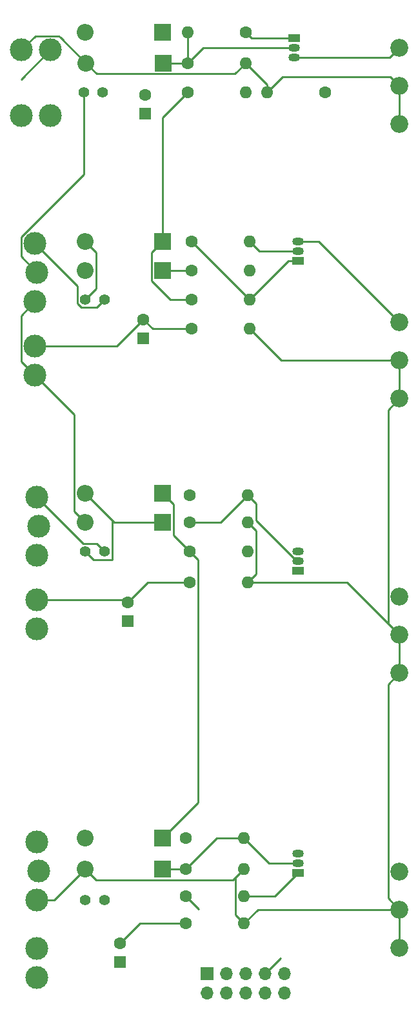
<source format=gbr>
%TF.GenerationSoftware,KiCad,Pcbnew,(5.1.10)-1*%
%TF.CreationDate,2022-04-21T20:11:48-04:00*%
%TF.ProjectId,ELC Eargensplitter,454c4320-4561-4726-9765-6e73706c6974,rev?*%
%TF.SameCoordinates,Original*%
%TF.FileFunction,Copper,L1,Top*%
%TF.FilePolarity,Positive*%
%FSLAX46Y46*%
G04 Gerber Fmt 4.6, Leading zero omitted, Abs format (unit mm)*
G04 Created by KiCad (PCBNEW (5.1.10)-1) date 2022-04-21 20:11:48*
%MOMM*%
%LPD*%
G01*
G04 APERTURE LIST*
%TA.AperFunction,ComponentPad*%
%ADD10R,1.700000X1.700000*%
%TD*%
%TA.AperFunction,ComponentPad*%
%ADD11O,1.700000X1.700000*%
%TD*%
%TA.AperFunction,ComponentPad*%
%ADD12C,1.400000*%
%TD*%
%TA.AperFunction,ComponentPad*%
%ADD13C,1.600000*%
%TD*%
%TA.AperFunction,ComponentPad*%
%ADD14R,1.600000X1.600000*%
%TD*%
%TA.AperFunction,ComponentPad*%
%ADD15O,2.200000X2.200000*%
%TD*%
%TA.AperFunction,ComponentPad*%
%ADD16R,2.200000X2.200000*%
%TD*%
%TA.AperFunction,ComponentPad*%
%ADD17C,3.000000*%
%TD*%
%TA.AperFunction,ComponentPad*%
%ADD18O,1.500000X1.050000*%
%TD*%
%TA.AperFunction,ComponentPad*%
%ADD19R,1.500000X1.050000*%
%TD*%
%TA.AperFunction,ComponentPad*%
%ADD20O,1.600000X1.600000*%
%TD*%
%TA.AperFunction,ComponentPad*%
%ADD21C,2.340000*%
%TD*%
%TA.AperFunction,Conductor*%
%ADD22C,0.250000*%
%TD*%
G04 APERTURE END LIST*
D10*
%TO.P,J9,1*%
%TO.N,+12V*%
X127762000Y-154432000D03*
D11*
%TO.P,J9,2*%
%TO.N,GND*%
X132842000Y-156972000D03*
%TO.P,J9,3*%
X130302000Y-154432000D03*
%TO.P,J9,4*%
X130302000Y-156972000D03*
%TO.P,J9,5*%
%TO.N,Net-(J9-Pad5)*%
X137922000Y-154432000D03*
%TO.P,J9,6*%
%TO.N,+12V*%
X127762000Y-156972000D03*
%TO.P,J9,7*%
%TO.N,GND*%
X135382000Y-154432000D03*
%TO.P,J9,8*%
X135382000Y-156972000D03*
%TO.P,J9,9*%
X132842000Y-154432000D03*
%TO.P,J9,10*%
%TO.N,Net-(J9-Pad10)*%
X137922000Y-156972000D03*
%TD*%
D12*
%TO.P,100n,2*%
%TO.N,Net-(C1-Pad2)*%
X111546000Y-38862000D03*
%TO.P,100n,1*%
%TO.N,Net-(C1-Pad1)*%
X114046000Y-38862000D03*
%TD*%
D13*
%TO.P,10u,2*%
%TO.N,Net-(C2-Pad2)*%
X119634000Y-39156000D03*
D14*
%TO.P,10u,1*%
%TO.N,Net-(C2-Pad1)*%
X119634000Y-41656000D03*
%TD*%
D12*
%TO.P,100n,1*%
%TO.N,Net-(C3-Pad1)*%
X111760000Y-66040000D03*
%TO.P,100n,2*%
%TO.N,Net-(C3-Pad2)*%
X114260000Y-66040000D03*
%TD*%
D13*
%TO.P,10u,2*%
%TO.N,Net-(C4-Pad2)*%
X119380000Y-68620000D03*
D14*
%TO.P,10u,1*%
%TO.N,Net-(C4-Pad1)*%
X119380000Y-71120000D03*
%TD*%
D12*
%TO.P,100n,2*%
%TO.N,Net-(C5-Pad2)*%
X114260000Y-99060000D03*
%TO.P,100n,1*%
%TO.N,Net-(C5-Pad1)*%
X111760000Y-99060000D03*
%TD*%
D14*
%TO.P,10u,1*%
%TO.N,Net-(C6-Pad1)*%
X117348000Y-108204000D03*
D13*
%TO.P,10u,2*%
%TO.N,Net-(C6-Pad2)*%
X117348000Y-105704000D03*
%TD*%
D12*
%TO.P,100n,1*%
%TO.N,Net-(C7-Pad1)*%
X111760000Y-144780000D03*
%TO.P,100n,2*%
%TO.N,Net-(C7-Pad2)*%
X114260000Y-144780000D03*
%TD*%
D14*
%TO.P,10u,1*%
%TO.N,Net-(C8-Pad1)*%
X116332000Y-152908000D03*
D13*
%TO.P,10u,2*%
%TO.N,Net-(C8-Pad2)*%
X116332000Y-150408000D03*
%TD*%
D15*
%TO.P,4148,2*%
%TO.N,Net-(C1-Pad1)*%
X111760000Y-30988000D03*
D16*
%TO.P,4148,1*%
%TO.N,+12V*%
X121920000Y-30988000D03*
%TD*%
%TO.P,4148,1*%
%TO.N,Net-(C1-Pad1)*%
X122000000Y-35000000D03*
D15*
%TO.P,4148,2*%
%TO.N,GND*%
X111840000Y-35000000D03*
%TD*%
%TO.P,4148,2*%
%TO.N,Net-(C3-Pad1)*%
X111760000Y-58420000D03*
D16*
%TO.P,4148,1*%
%TO.N,+12V*%
X121920000Y-58420000D03*
%TD*%
%TO.P,4148,1*%
%TO.N,Net-(C3-Pad1)*%
X121920000Y-62230000D03*
D15*
%TO.P,4148,2*%
%TO.N,GND*%
X111760000Y-62230000D03*
%TD*%
%TO.P,4148,2*%
%TO.N,Net-(C5-Pad1)*%
X111760000Y-91440000D03*
D16*
%TO.P,4148,1*%
%TO.N,+12V*%
X121920000Y-91440000D03*
%TD*%
%TO.P,4148,1*%
%TO.N,Net-(C5-Pad1)*%
X121920000Y-95250000D03*
D15*
%TO.P,4148,2*%
%TO.N,GND*%
X111760000Y-95250000D03*
%TD*%
D16*
%TO.P,4148,1*%
%TO.N,+12V*%
X121920000Y-136652000D03*
D15*
%TO.P,4148,2*%
%TO.N,Net-(C7-Pad1)*%
X111760000Y-136652000D03*
%TD*%
%TO.P,4148,2*%
%TO.N,GND*%
X111760000Y-140716000D03*
D16*
%TO.P,4148,1*%
%TO.N,Net-(C7-Pad1)*%
X121920000Y-140716000D03*
%TD*%
D17*
%TO.P,J1,T*%
%TO.N,Net-(C1-Pad2)*%
X107188000Y-33274000D03*
%TO.P,J1,S*%
%TO.N,GND*%
X103378000Y-33274000D03*
%TD*%
%TO.P,J2,T*%
%TO.N,Net-(C2-Pad2)*%
X107188000Y-41910000D03*
%TO.P,J2,S*%
%TO.N,GND*%
X103378000Y-41910000D03*
%TD*%
%TO.P,J3,TN*%
%TO.N,Net-(C1-Pad2)*%
X105436000Y-62484000D03*
%TO.P,J3,T*%
%TO.N,Net-(C3-Pad2)*%
X105156000Y-58674000D03*
%TO.P,J3,S*%
%TO.N,GND*%
X105156000Y-66294000D03*
%TD*%
%TO.P,J4,S*%
%TO.N,GND*%
X105156000Y-75946000D03*
%TO.P,J4,T*%
%TO.N,Net-(C4-Pad2)*%
X105156000Y-72136000D03*
%TD*%
%TO.P,J5,S*%
%TO.N,GND*%
X105410000Y-99568000D03*
%TO.P,J5,T*%
%TO.N,Net-(C5-Pad2)*%
X105410000Y-91948000D03*
%TO.P,J5,TN*%
%TO.N,Net-(C1-Pad2)*%
X105690000Y-95758000D03*
%TD*%
%TO.P,J6,T*%
%TO.N,Net-(C6-Pad2)*%
X105410000Y-105410000D03*
%TO.P,J6,S*%
%TO.N,GND*%
X105410000Y-109220000D03*
%TD*%
%TO.P,J7,TN*%
%TO.N,Net-(C1-Pad2)*%
X105690000Y-140970000D03*
%TO.P,J7,T*%
%TO.N,Net-(C7-Pad2)*%
X105410000Y-137160000D03*
%TO.P,J7,S*%
%TO.N,GND*%
X105410000Y-144780000D03*
%TD*%
%TO.P,J8,S*%
%TO.N,GND*%
X105410000Y-154940000D03*
%TO.P,J8,T*%
%TO.N,Net-(C8-Pad2)*%
X105410000Y-151130000D03*
%TD*%
D18*
%TO.P,BS170,2*%
%TO.N,Net-(C1-Pad1)*%
X139192000Y-33020000D03*
%TO.P,BS170,3*%
%TO.N,Net-(Q1-Pad3)*%
X139192000Y-34290000D03*
D19*
%TO.P,BS170,1*%
%TO.N,Net-(C2-Pad1)*%
X139192000Y-31750000D03*
%TD*%
%TO.P,BS170,1*%
%TO.N,Net-(C4-Pad1)*%
X139700000Y-60960000D03*
D18*
%TO.P,BS170,3*%
%TO.N,Net-(Q2-Pad3)*%
X139700000Y-58420000D03*
%TO.P,BS170,2*%
%TO.N,Net-(C3-Pad1)*%
X139700000Y-59690000D03*
%TD*%
%TO.P,BS170,2*%
%TO.N,Net-(C5-Pad1)*%
X139700000Y-100330000D03*
%TO.P,BS170,3*%
%TO.N,Net-(Q3-Pad3)*%
X139700000Y-99060000D03*
D19*
%TO.P,BS170,1*%
%TO.N,Net-(C6-Pad1)*%
X139700000Y-101600000D03*
%TD*%
%TO.P,BS170,1*%
%TO.N,Net-(C8-Pad1)*%
X139700000Y-141224000D03*
D18*
%TO.P,BS170,3*%
%TO.N,Net-(Q4-Pad3)*%
X139700000Y-138684000D03*
%TO.P,BS170,2*%
%TO.N,Net-(C7-Pad1)*%
X139700000Y-139954000D03*
%TD*%
D13*
%TO.P,10M,1*%
%TO.N,Net-(C2-Pad1)*%
X132842000Y-31000000D03*
D20*
%TO.P,10M,2*%
%TO.N,Net-(C1-Pad1)*%
X125222000Y-31000000D03*
%TD*%
%TO.P,10M,2*%
%TO.N,GND*%
X132842000Y-35000000D03*
D13*
%TO.P,10M,1*%
%TO.N,Net-(C1-Pad1)*%
X125222000Y-35000000D03*
%TD*%
%TO.P,5K1,1*%
%TO.N,+12V*%
X125222000Y-38862000D03*
D20*
%TO.P,5K1,2*%
%TO.N,Net-(C2-Pad1)*%
X132842000Y-38862000D03*
%TD*%
D13*
%TO.P,100K,1*%
%TO.N,Net-(C2-Pad2)*%
X143256000Y-38862000D03*
D20*
%TO.P,100K,2*%
%TO.N,GND*%
X135636000Y-38862000D03*
%TD*%
D13*
%TO.P,10M,1*%
%TO.N,Net-(C4-Pad1)*%
X125730000Y-58420000D03*
D20*
%TO.P,10M,2*%
%TO.N,Net-(C3-Pad1)*%
X133350000Y-58420000D03*
%TD*%
%TO.P,10M,2*%
%TO.N,GND*%
X133350000Y-62230000D03*
D13*
%TO.P,10M,1*%
%TO.N,Net-(C3-Pad1)*%
X125730000Y-62230000D03*
%TD*%
%TO.P,5K1,1*%
%TO.N,+12V*%
X125730000Y-66040000D03*
D20*
%TO.P,5K1,2*%
%TO.N,Net-(C4-Pad1)*%
X133350000Y-66040000D03*
%TD*%
D13*
%TO.P,100K,1*%
%TO.N,Net-(C4-Pad2)*%
X125730000Y-69850000D03*
D20*
%TO.P,100K,2*%
%TO.N,GND*%
X133350000Y-69850000D03*
%TD*%
%TO.P,10M,2*%
%TO.N,Net-(C5-Pad1)*%
X133096000Y-91694000D03*
D13*
%TO.P,10M,1*%
%TO.N,Net-(C6-Pad1)*%
X125476000Y-91694000D03*
%TD*%
%TO.P,10M,1*%
%TO.N,Net-(C5-Pad1)*%
X125476000Y-95250000D03*
D20*
%TO.P,10M,2*%
%TO.N,GND*%
X133096000Y-95250000D03*
%TD*%
D13*
%TO.P,5K1,1*%
%TO.N,+12V*%
X125476000Y-99060000D03*
D20*
%TO.P,5K1,2*%
%TO.N,Net-(C6-Pad1)*%
X133096000Y-99060000D03*
%TD*%
%TO.P,100K,2*%
%TO.N,GND*%
X133096000Y-103124000D03*
D13*
%TO.P,100K,1*%
%TO.N,Net-(C6-Pad2)*%
X125476000Y-103124000D03*
%TD*%
D20*
%TO.P,10M,2*%
%TO.N,Net-(C7-Pad1)*%
X132588000Y-136652000D03*
D13*
%TO.P,10M,1*%
%TO.N,Net-(C8-Pad1)*%
X124968000Y-136652000D03*
%TD*%
D20*
%TO.P,10M,2*%
%TO.N,GND*%
X132588000Y-140716000D03*
D13*
%TO.P,10M,1*%
%TO.N,Net-(C7-Pad1)*%
X124968000Y-140716000D03*
%TD*%
D20*
%TO.P,5K1,2*%
%TO.N,Net-(C8-Pad1)*%
X132588000Y-144272000D03*
D13*
%TO.P,5K1,1*%
%TO.N,+12V*%
X124968000Y-144272000D03*
%TD*%
D20*
%TO.P,100K,2*%
%TO.N,GND*%
X132588000Y-147828000D03*
D13*
%TO.P,100K,1*%
%TO.N,Net-(C8-Pad2)*%
X124968000Y-147828000D03*
%TD*%
D21*
%TO.P,RV1,3*%
%TO.N,Net-(Q1-Pad3)*%
X153000000Y-33000000D03*
%TO.P,RV1,2*%
%TO.N,GND*%
X153000000Y-38000000D03*
%TO.P,RV1,1*%
X153000000Y-43000000D03*
%TD*%
%TO.P,RV2,3*%
%TO.N,Net-(Q2-Pad3)*%
X153000000Y-69000000D03*
%TO.P,RV2,2*%
%TO.N,GND*%
X153000000Y-74000000D03*
%TO.P,RV2,1*%
X153000000Y-79000000D03*
%TD*%
%TO.P,RV3,1*%
%TO.N,GND*%
X153000000Y-115000000D03*
%TO.P,RV3,2*%
X153000000Y-110000000D03*
%TO.P,RV3,3*%
%TO.N,Net-(Q3-Pad3)*%
X153000000Y-105000000D03*
%TD*%
%TO.P,RV4,1*%
%TO.N,GND*%
X153000000Y-151000000D03*
%TO.P,RV4,2*%
X153000000Y-146000000D03*
%TO.P,RV4,3*%
%TO.N,Net-(Q4-Pad3)*%
X153000000Y-141000000D03*
%TD*%
D22*
%TO.N,Net-(C1-Pad1)*%
X122000000Y-35000000D02*
X125222000Y-35000000D01*
X125222000Y-35000000D02*
X125222000Y-31000000D01*
X127202000Y-33020000D02*
X125222000Y-35000000D01*
X139192000Y-33020000D02*
X127202000Y-33020000D01*
%TO.N,Net-(C1-Pad2)*%
X103330999Y-37131001D02*
X107188000Y-33274000D01*
X103330999Y-57797999D02*
X103330999Y-60378999D01*
X111546000Y-49582998D02*
X103330999Y-57797999D01*
X103330999Y-60378999D02*
X105436000Y-62484000D01*
X111546000Y-38862000D02*
X111546000Y-49582998D01*
%TO.N,Net-(C2-Pad1)*%
X133592000Y-31750000D02*
X132842000Y-31000000D01*
X139192000Y-31750000D02*
X133592000Y-31750000D01*
%TO.N,Net-(C3-Pad2)*%
X113234999Y-67065001D02*
X114260000Y-66040000D01*
X111267999Y-67065001D02*
X113234999Y-67065001D01*
X110734999Y-66532001D02*
X111267999Y-67065001D01*
X110734999Y-64252999D02*
X110734999Y-66532001D01*
X105156000Y-58674000D02*
X110734999Y-64252999D01*
%TO.N,Net-(C3-Pad1)*%
X113185001Y-59845001D02*
X111760000Y-58420000D01*
X113185001Y-64614999D02*
X113185001Y-59845001D01*
X111760000Y-66040000D02*
X113185001Y-64614999D01*
X134620000Y-59690000D02*
X139700000Y-59690000D01*
X133350000Y-58420000D02*
X134620000Y-59690000D01*
X125730000Y-62230000D02*
X121920000Y-62230000D01*
%TO.N,Net-(C4-Pad2)*%
X120610000Y-69850000D02*
X119380000Y-68620000D01*
X125730000Y-69850000D02*
X120610000Y-69850000D01*
X105156000Y-72136000D02*
X105410000Y-72390000D01*
X115864000Y-72136000D02*
X119380000Y-68620000D01*
X105156000Y-72136000D02*
X115864000Y-72136000D01*
%TO.N,Net-(C4-Pad1)*%
X125730000Y-58420000D02*
X133350000Y-66040000D01*
X138430000Y-60960000D02*
X133350000Y-66040000D01*
X139700000Y-60960000D02*
X138430000Y-60960000D01*
%TO.N,Net-(C5-Pad2)*%
X111496999Y-98034999D02*
X105410000Y-91948000D01*
X113234999Y-98034999D02*
X111496999Y-98034999D01*
X114260000Y-99060000D02*
X113234999Y-98034999D01*
%TO.N,Net-(C5-Pad1)*%
X115285001Y-94965001D02*
X115285001Y-100106999D01*
X111760000Y-91440000D02*
X115285001Y-94965001D01*
X112806999Y-100106999D02*
X111760000Y-99060000D01*
X115285001Y-100106999D02*
X112806999Y-100106999D01*
X115570000Y-95250000D02*
X111760000Y-91440000D01*
X121920000Y-95250000D02*
X115570000Y-95250000D01*
X129540000Y-95250000D02*
X133096000Y-91694000D01*
X125476000Y-95250000D02*
X129540000Y-95250000D01*
X134221001Y-92819001D02*
X133096000Y-91694000D01*
X139122915Y-99910010D02*
X134221001Y-95008096D01*
X134221001Y-95008096D02*
X134221001Y-92819001D01*
X139280010Y-99910010D02*
X139122915Y-99910010D01*
X139700000Y-100330000D02*
X139280010Y-99910010D01*
%TO.N,Net-(C6-Pad2)*%
X117054000Y-105410000D02*
X117348000Y-105704000D01*
X105410000Y-105410000D02*
X117054000Y-105410000D01*
X119928000Y-103124000D02*
X117348000Y-105704000D01*
X125476000Y-103124000D02*
X119928000Y-103124000D01*
%TO.N,Net-(C7-Pad1)*%
X135890000Y-139954000D02*
X139700000Y-139954000D01*
X132588000Y-136652000D02*
X135890000Y-139954000D01*
X129032000Y-136652000D02*
X124968000Y-140716000D01*
X132588000Y-136652000D02*
X129032000Y-136652000D01*
X124968000Y-140716000D02*
X121920000Y-140716000D01*
%TO.N,Net-(C8-Pad1)*%
X136652000Y-144272000D02*
X139700000Y-141224000D01*
X132588000Y-144272000D02*
X136652000Y-144272000D01*
%TO.N,Net-(C8-Pad2)*%
X118912000Y-147828000D02*
X116332000Y-150408000D01*
X124968000Y-147828000D02*
X118912000Y-147828000D01*
%TO.N,+12V*%
X122944998Y-66040000D02*
X125730000Y-66040000D01*
X120494999Y-63590001D02*
X122944998Y-66040000D01*
X120494999Y-59845001D02*
X120494999Y-63590001D01*
X121920000Y-58420000D02*
X120494999Y-59845001D01*
X121920000Y-42164000D02*
X125222000Y-38862000D01*
X121920000Y-58420000D02*
X121920000Y-42164000D01*
X123345001Y-96929001D02*
X125476000Y-99060000D01*
X123345001Y-92865001D02*
X123345001Y-96929001D01*
X121920000Y-91440000D02*
X123345001Y-92865001D01*
X126601001Y-131970999D02*
X121920000Y-136652000D01*
X126601001Y-100185001D02*
X126601001Y-131970999D01*
X125476000Y-99060000D02*
X126601001Y-100185001D01*
X124968000Y-144272000D02*
X126651001Y-145955001D01*
%TO.N,GND*%
X108490000Y-31650000D02*
X111840000Y-35000000D01*
X111050000Y-35000000D02*
X111840000Y-35000000D01*
X131416999Y-36425001D02*
X132842000Y-35000000D01*
X113265001Y-36425001D02*
X131416999Y-36425001D01*
X111840000Y-35000000D02*
X113265001Y-36425001D01*
X135636000Y-37794000D02*
X135636000Y-38862000D01*
X132842000Y-35000000D02*
X135636000Y-37794000D01*
X153000000Y-43000000D02*
X153000000Y-38000000D01*
X151830001Y-36830001D02*
X137667999Y-36830001D01*
X137667999Y-36830001D02*
X135636000Y-38862000D01*
X153000000Y-38000000D02*
X151830001Y-36830001D01*
X137500000Y-74000000D02*
X133350000Y-69850000D01*
X153000000Y-74000000D02*
X137500000Y-74000000D01*
X153000000Y-79000000D02*
X153000000Y-74000000D01*
X151504999Y-108504999D02*
X153000000Y-110000000D01*
X151504999Y-80495001D02*
X151504999Y-108504999D01*
X153000000Y-79000000D02*
X151504999Y-80495001D01*
X153000000Y-110000000D02*
X153000000Y-115000000D01*
X151504999Y-144504999D02*
X153000000Y-146000000D01*
X151504999Y-116495001D02*
X151504999Y-144504999D01*
X153000000Y-115000000D02*
X151504999Y-116495001D01*
X153000000Y-146000000D02*
X153000000Y-151000000D01*
X108288999Y-31448999D02*
X108490000Y-31650000D01*
X105203001Y-31448999D02*
X108288999Y-31448999D01*
X103378000Y-33274000D02*
X105203001Y-31448999D01*
X103330999Y-74120999D02*
X105156000Y-75946000D01*
X103330999Y-68119001D02*
X103330999Y-74120999D01*
X105156000Y-66294000D02*
X103330999Y-68119001D01*
X110334999Y-93824999D02*
X111760000Y-95250000D01*
X110334999Y-81124999D02*
X110334999Y-93824999D01*
X105156000Y-75946000D02*
X110334999Y-81124999D01*
X134221001Y-96375001D02*
X133096000Y-95250000D01*
X134221001Y-101998999D02*
X134221001Y-96375001D01*
X133096000Y-103124000D02*
X134221001Y-101998999D01*
X146124000Y-103124000D02*
X153000000Y-110000000D01*
X133096000Y-103124000D02*
X146124000Y-103124000D01*
X107696000Y-144780000D02*
X111760000Y-140716000D01*
X105410000Y-144780000D02*
X107696000Y-144780000D01*
X134416000Y-146000000D02*
X132588000Y-147828000D01*
X153000000Y-146000000D02*
X134416000Y-146000000D01*
X131462999Y-146702999D02*
X132588000Y-147828000D01*
X131462999Y-141841001D02*
X131462999Y-146702999D01*
X132588000Y-140716000D02*
X131462999Y-141841001D01*
X131162999Y-142141001D02*
X132588000Y-140716000D01*
X113185001Y-142141001D02*
X131162999Y-142141001D01*
X111760000Y-140716000D02*
X113185001Y-142141001D01*
X137414000Y-152400000D02*
X135382000Y-154432000D01*
%TO.N,Net-(Q1-Pad3)*%
X151710000Y-34290000D02*
X153000000Y-33000000D01*
X139192000Y-34290000D02*
X151710000Y-34290000D01*
%TO.N,Net-(Q2-Pad3)*%
X142420000Y-58420000D02*
X153000000Y-69000000D01*
X139700000Y-58420000D02*
X142420000Y-58420000D01*
%TD*%
M02*

</source>
